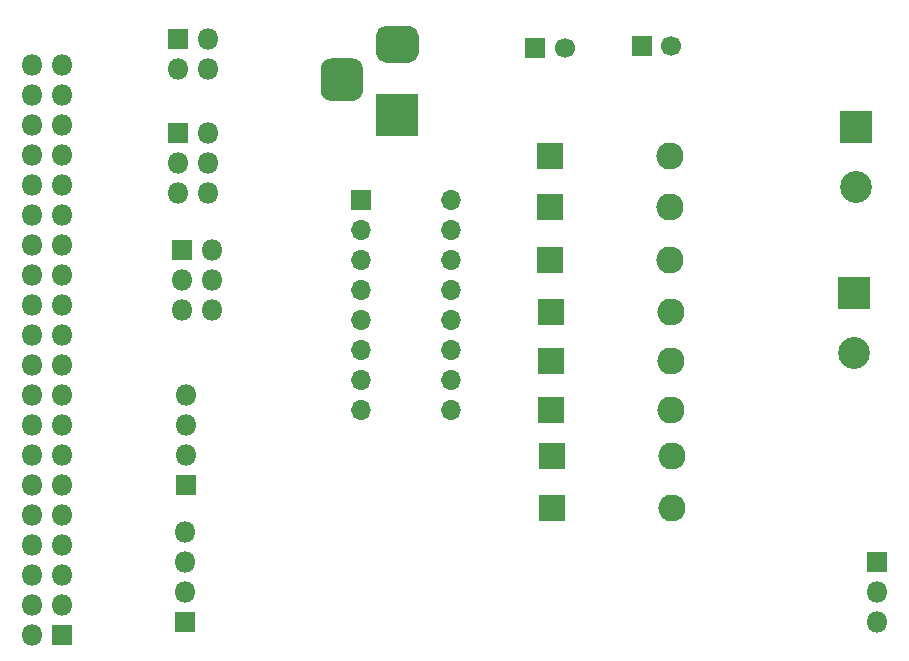
<source format=gbr>
%TF.GenerationSoftware,KiCad,Pcbnew,(5.1.6)-1*%
%TF.CreationDate,2021-05-08T17:05:46+02:00*%
%TF.ProjectId,nano1,6e616e6f-312e-46b6-9963-61645f706362,rev?*%
%TF.SameCoordinates,Original*%
%TF.FileFunction,Soldermask,Bot*%
%TF.FilePolarity,Negative*%
%FSLAX46Y46*%
G04 Gerber Fmt 4.6, Leading zero omitted, Abs format (unit mm)*
G04 Created by KiCad (PCBNEW (5.1.6)-1) date 2021-05-08 17:05:46*
%MOMM*%
%LPD*%
G01*
G04 APERTURE LIST*
%ADD10O,1.800000X1.800000*%
%ADD11R,1.800000X1.800000*%
%ADD12C,2.700000*%
%ADD13R,2.700000X2.700000*%
%ADD14R,3.600000X3.600000*%
%ADD15R,1.700000X1.700000*%
%ADD16C,1.700000*%
%ADD17R,2.300000X2.300000*%
%ADD18O,2.300000X2.300000*%
%ADD19O,1.700000X1.700000*%
G04 APERTURE END LIST*
D10*
%TO.C,J10*%
X112100360Y-86476840D03*
X112100360Y-89016840D03*
X112100360Y-91556840D03*
D11*
X112100360Y-94096840D03*
%TD*%
D10*
%TO.C,J9*%
X170703240Y-94066360D03*
X170703240Y-91526360D03*
D11*
X170703240Y-88986360D03*
%TD*%
D10*
%TO.C,J3*%
X114345720Y-67670680D03*
X111805720Y-67670680D03*
X114345720Y-65130680D03*
X111805720Y-65130680D03*
X114345720Y-62590680D03*
D11*
X111805720Y-62590680D03*
%TD*%
D10*
%TO.C,J1*%
X99161600Y-46893480D03*
X101701600Y-46893480D03*
X99161600Y-49433480D03*
X101701600Y-49433480D03*
X99161600Y-51973480D03*
X101701600Y-51973480D03*
X99161600Y-54513480D03*
X101701600Y-54513480D03*
X99161600Y-57053480D03*
X101701600Y-57053480D03*
X99161600Y-59593480D03*
X101701600Y-59593480D03*
X99161600Y-62133480D03*
X101701600Y-62133480D03*
X99161600Y-64673480D03*
X101701600Y-64673480D03*
X99161600Y-67213480D03*
X101701600Y-67213480D03*
X99161600Y-69753480D03*
X101701600Y-69753480D03*
X99161600Y-72293480D03*
X101701600Y-72293480D03*
X99161600Y-74833480D03*
X101701600Y-74833480D03*
X99161600Y-77373480D03*
X101701600Y-77373480D03*
X99161600Y-79913480D03*
X101701600Y-79913480D03*
X99161600Y-82453480D03*
X101701600Y-82453480D03*
X99161600Y-84993480D03*
X101701600Y-84993480D03*
X99161600Y-87533480D03*
X101701600Y-87533480D03*
X99161600Y-90073480D03*
X101701600Y-90073480D03*
X99161600Y-92613480D03*
X101701600Y-92613480D03*
X99161600Y-95153480D03*
D11*
X101701600Y-95153480D03*
%TD*%
D12*
%TO.C,J7*%
X168711880Y-71292720D03*
D13*
X168711880Y-66212720D03*
%TD*%
D12*
%TO.C,J6*%
X168935400Y-57221120D03*
D13*
X168935400Y-52141120D03*
%TD*%
D10*
%TO.C,J8*%
X112181640Y-74843640D03*
X112181640Y-77383640D03*
X112181640Y-79923640D03*
D11*
X112181640Y-82463640D03*
%TD*%
%TO.C,J5*%
G36*
G01*
X124463240Y-46370840D02*
X126263240Y-46370840D01*
G75*
G02*
X127163240Y-47270840I0J-900000D01*
G01*
X127163240Y-49070840D01*
G75*
G02*
X126263240Y-49970840I-900000J0D01*
G01*
X124463240Y-49970840D01*
G75*
G02*
X123563240Y-49070840I0J900000D01*
G01*
X123563240Y-47270840D01*
G75*
G02*
X124463240Y-46370840I900000J0D01*
G01*
G37*
G36*
G01*
X129038240Y-43620840D02*
X131088240Y-43620840D01*
G75*
G02*
X131863240Y-44395840I0J-775000D01*
G01*
X131863240Y-45945840D01*
G75*
G02*
X131088240Y-46720840I-775000J0D01*
G01*
X129038240Y-46720840D01*
G75*
G02*
X128263240Y-45945840I0J775000D01*
G01*
X128263240Y-44395840D01*
G75*
G02*
X129038240Y-43620840I775000J0D01*
G01*
G37*
D14*
X130063240Y-51170840D03*
%TD*%
D15*
%TO.C,C2*%
X150779480Y-45354240D03*
D16*
X153279480Y-45354240D03*
%TD*%
D17*
%TO.C,D8*%
X143154400Y-84419440D03*
D18*
X153314400Y-84419440D03*
%TD*%
D17*
%TO.C,D7*%
X143154400Y-80070960D03*
D18*
X153314400Y-80070960D03*
%TD*%
D17*
%TO.C,D6*%
X143068040Y-76154280D03*
D18*
X153228040Y-76154280D03*
%TD*%
D17*
%TO.C,D5*%
X143068040Y-71978520D03*
D18*
X153228040Y-71978520D03*
%TD*%
D17*
%TO.C,D4*%
X143068040Y-67802760D03*
D18*
X153228040Y-67802760D03*
%TD*%
D17*
%TO.C,D3*%
X142981680Y-63454280D03*
D18*
X153141680Y-63454280D03*
%TD*%
D17*
%TO.C,D2*%
X143012160Y-58978800D03*
D18*
X153172160Y-58978800D03*
%TD*%
D17*
%TO.C,D1*%
X142956280Y-54665880D03*
D18*
X153116280Y-54665880D03*
%TD*%
D15*
%TO.C,C1*%
X141721840Y-45501560D03*
D16*
X144221840Y-45501560D03*
%TD*%
D19*
%TO.C,U1*%
X134574280Y-58364120D03*
X126954280Y-76144120D03*
X134574280Y-60904120D03*
X126954280Y-73604120D03*
X134574280Y-63444120D03*
X126954280Y-71064120D03*
X134574280Y-65984120D03*
X126954280Y-68524120D03*
X134574280Y-68524120D03*
X126954280Y-65984120D03*
X134574280Y-71064120D03*
X126954280Y-63444120D03*
X134574280Y-73604120D03*
X126954280Y-60904120D03*
X134574280Y-76144120D03*
D15*
X126954280Y-58364120D03*
%TD*%
D10*
%TO.C,J4*%
X114020600Y-47259240D03*
X111480600Y-47259240D03*
X114020600Y-44719240D03*
D11*
X111480600Y-44719240D03*
%TD*%
D10*
%TO.C,J2*%
X114020600Y-57734200D03*
X111480600Y-57734200D03*
X114020600Y-55194200D03*
X111480600Y-55194200D03*
X114020600Y-52654200D03*
D11*
X111480600Y-52654200D03*
%TD*%
M02*

</source>
